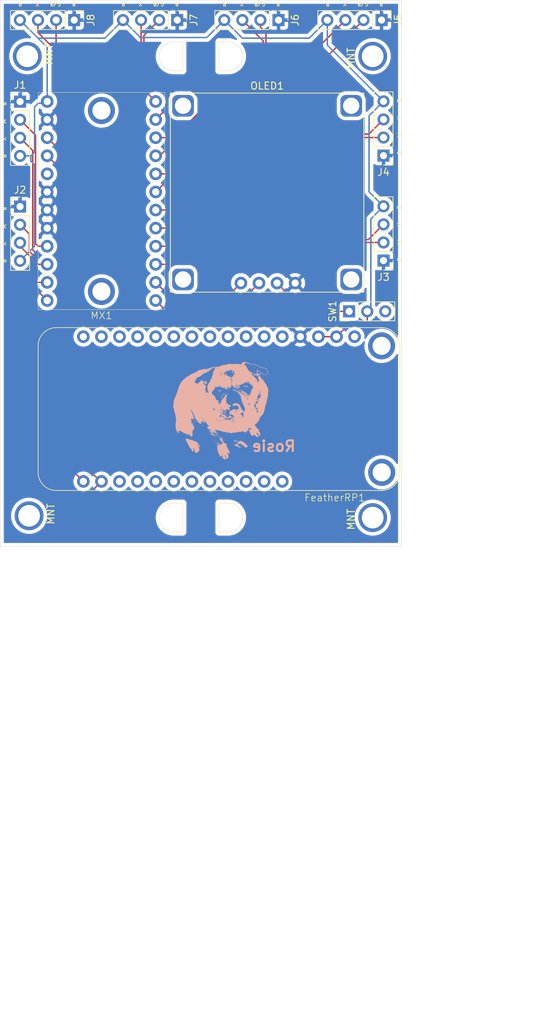
<source format=kicad_pcb>
(kicad_pcb (version 20240108) (generator "pcbnew") (generator_version "8.0")
  (layers (0 "F.Cu" signal) (31 "B.Cu" signal) (34 "B.Paste" user) (35 "F.Paste" user) (36 "B.SilkS" user "B.Silkscreen") (37 "F.SilkS" user "F.Silkscreen") (38 "B.Mask" user) (39 "F.Mask" user) (44 "Edge.Cuts" user))
  (net 0 "")
  (net 2 "Net-(FeatherRP1-SDA)")
  (net 19 "Net-(FeatherRP1-SCL)")
  (net 26 "GND")
  (net 27 "+3.3V")
  (net 28 "Net-(J6-Pin_2)")
  (net 29 "Net-(J6-Pin_3)")
  (net 30 "Net-(J2-Pin_2)")
  (net 31 "Net-(J7-Pin_2)")
  (net 32 "Net-(J3-Pin_3)")
  (net 33 "Net-(J3-Pin_2)")
  (net 34 "Net-(J4-Pin_2)")
  (net 35 "Net-(J4-Pin_3)")
  (net 36 "Net-(J5-Pin_3)")
  (net 37 "Net-(J5-Pin_2)")
  (net 39 "Net-(J7-Pin_3)")
  (net 40 "Net-(J8-Pin_2)")
  (net 41 "Net-(J8-Pin_3)")
  (net 42 "Net-(J1-Pin_2)")
  (net 43 "Net-(J1-Pin_3)")
  (net 44 "Net-(J2-Pin_3)")
  (net 45 "Net-(OLED1-VCC)")
  (footprint "Connector_PinHeader_2.54mm:PinHeader_1x04_P2.54mm_Vertical" (layer "F.Cu") (at 162.794 53.086 -90)
    (property "Reference" "J8" (at 0 -2.33 90) (layer "F.SilkS"))
    (property "Value" "Screw_Terminal_01x04" (hide yes))
    (pad "1" thru_hole rect (at 0 0 270) (size 1.7 1.7) (drill 1) (layers "*.Cu" "*.Mask") (net 26 "GND"))
    (pad "2" thru_hole oval (at 0 2.54 270) (size 1.7 1.7) (drill 1) (layers "*.Cu" "*.Mask") (net 40 "Net-(J8-Pin_2)"))
    (pad "3" thru_hole oval (at 0 5.08 270) (size 1.7 1.7) (drill 1) (layers "*.Cu" "*.Mask") (net 41 "Net-(J8-Pin_3)"))
    (pad "4" thru_hole oval (at 0 7.62 270) (size 1.7 1.7) (drill 1) (layers "*.Cu" "*.Mask") (net 27 "+3.3V"))
  )
  (footprint "Custom:4-40Mount" (layer "F.Cu") (at 157.988 56.388 180)
    (property "Reference" "MNT" (at -1.27 -1.524 -90) (layer "F.SilkS"))
    (property "Value" "4-40Mount" (hide yes))
    (pad "1" thru_hole circle (at 1.778 -1.778 180) (size 4.064 4.064) (drill 3.048) (layers "*.Cu" "*.Mask"))
  )
  (footprint "Connector_PinHeader_2.54mm:PinHeader_1x04_P2.54mm_Vertical" (layer "F.Cu") (at 205.974 53.086 -90)
    (property "Reference" "J5" (at 0 -2.33 90) (layer "F.SilkS"))
    (property "Value" "Screw_Terminal_01x04" (hide yes))
    (pad "1" thru_hole rect (at 0 0 270) (size 1.7 1.7) (drill 1) (layers "*.Cu" "*.Mask") (net 26 "GND"))
    (pad "2" thru_hole oval (at 0 2.54 270) (size 1.7 1.7) (drill 1) (layers "*.Cu" "*.Mask") (net 37 "Net-(J5-Pin_2)"))
    (pad "3" thru_hole oval (at 0 5.08 270) (size 1.7 1.7) (drill 1) (layers "*.Cu" "*.Mask") (net 36 "Net-(J5-Pin_3)"))
    (pad "4" thru_hole oval (at 0 7.62 270) (size 1.7 1.7) (drill 1) (layers "*.Cu" "*.Mask") (net 27 "+3.3V"))
  )
  (footprint "Custom:4-40Mount" (layer "F.Cu") (at 202.946 124.714)
    (property "Reference" "MNT" (at -1.27 -1.524 90) (layer "F.SilkS"))
    (property "Value" "4-40Mount" (hide yes))
    (pad "1" thru_hole circle (at 1.778 -1.778) (size 4.064 4.064) (drill 3.048) (layers "*.Cu" "*.Mask"))
  )
  (footprint "Connector_PinHeader_2.54mm:PinHeader_1x04_P2.54mm_Vertical" (layer "F.Cu") (at 206.248 72.116 180)
    (property "Reference" "J4" (at 0 -2.33 180) (layer "F.SilkS"))
    (property "Value" "Screw_Terminal_01x04" (hide yes))
    (pad "1" thru_hole rect (at 0 0 180) (size 1.7 1.7) (drill 1) (layers "*.Cu" "*.Mask") (net 26 "GND"))
    (pad "2" thru_hole oval (at 0 2.54 180) (size 1.7 1.7) (drill 1) (layers "*.Cu" "*.Mask") (net 34 "Net-(J4-Pin_2)"))
    (pad "3" thru_hole oval (at 0 5.08 180) (size 1.7 1.7) (drill 1) (layers "*.Cu" "*.Mask") (net 35 "Net-(J4-Pin_3)"))
    (pad "4" thru_hole oval (at 0 7.62 180) (size 1.7 1.7) (drill 1) (layers "*.Cu" "*.Mask") (net 27 "+3.3V"))
  )
  (footprint "Connector_PinHeader_2.54mm:PinHeader_1x04_P2.54mm_Vertical" (layer "F.Cu") (at 155.194 64.536)
    (property "Reference" "J1" (at 0 -2.33 0) (layer "F.SilkS"))
    (property "Value" "Screw_Terminal_01x04" (hide yes))
    (pad "1" thru_hole rect (at 0 0) (size 1.7 1.7) (drill 1) (layers "*.Cu" "*.Mask") (net 26 "GND"))
    (pad "2" thru_hole oval (at 0 2.54) (size 1.7 1.7) (drill 1) (layers "*.Cu" "*.Mask") (net 42 "Net-(J1-Pin_2)"))
    (pad "3" thru_hole oval (at 0 5.08) (size 1.7 1.7) (drill 1) (layers "*.Cu" "*.Mask") (net 43 "Net-(J1-Pin_3)"))
    (pad "4" thru_hole oval (at 0 7.62) (size 1.7 1.7) (drill 1) (layers "*.Cu" "*.Mask") (net 27 "+3.3V"))
  )
  (footprint "Custom:4-40Mount" (layer "F.Cu") (at 158.242 120.904 180)
    (property "Reference" "MNT" (at -1.27 -1.524 -90) (layer "F.SilkS"))
    (property "Value" "4-40Mount" (hide yes))
    (pad "1" thru_hole circle (at 1.778 -1.778 180) (size 4.064 4.064) (drill 3.048) (layers "*.Cu" "*.Mask"))
  )
  (footprint "Custom:4-40Mount" (layer "F.Cu") (at 202.946 59.944)
    (property "Reference" "MNT" (at -1.27 -1.524 90) (layer "F.SilkS"))
    (property "Value" "4-40Mount" (hide yes))
    (pad "1" thru_hole circle (at 1.778 -1.778) (size 4.064 4.064) (drill 3.048) (layers "*.Cu" "*.Mask"))
  )
  (footprint "Connector_PinHeader_2.54mm:PinHeader_1x04_P2.54mm_Vertical" (layer "F.Cu") (at 206.248 86.848 180)
    (property "Reference" "J3" (at 0 -2.33 180) (layer "F.SilkS"))
    (property "Value" "Screw_Terminal_01x04" (hide yes))
    (pad "1" thru_hole rect (at 0 0 180) (size 1.7 1.7) (drill 1) (layers "*.Cu" "*.Mask") (net 26 "GND"))
    (pad "2" thru_hole oval (at 0 2.54 180) (size 1.7 1.7) (drill 1) (layers "*.Cu" "*.Mask") (net 33 "Net-(J3-Pin_2)"))
    (pad "3" thru_hole oval (at 0 5.08 180) (size 1.7 1.7) (drill 1) (layers "*.Cu" "*.Mask") (net 32 "Net-(J3-Pin_3)"))
    (pad "4" thru_hole oval (at 0 7.62 180) (size 1.7 1.7) (drill 1) (layers "*.Cu" "*.Mask") (net 27 "+3.3V"))
  )
  (footprint "Custom:SSD1306_128x64" (layer "F.Cu") (at 203.486 63.341 180)
    (property "Reference" "OLED1" (at 13.589 1.016 0) (layer "F.SilkS"))
    (property "Value" "SSD1306_128x64_SM")
    (pad "0" thru_hole roundrect (at 1.778 -26.162 180) (size 3.048 3.048) (drill 2.286) (layers "*.Cu" "*.Mask") (chamfer_ratio 0.2) (chamfer))
    (pad "0" thru_hole roundrect (at 1.778 -1.778 180) (size 3.048 3.048) (drill 2.286) (layers "*.Cu" "*.Mask") (chamfer_ratio 0.2) (chamfer))
    (pad "0" thru_hole roundrect (at 25.4 -26.162 180) (size 3.048 3.048) (drill 2.286) (layers "*.Cu" "*.Mask") (chamfer_ratio 0.2) (chamfer))
    (pad "0" thru_hole roundrect (at 25.4 -1.778 180) (size 3.048 3.048) (drill 2.286) (layers "*.Cu" "*.Mask") (chamfer_ratio 0.2) (chamfer))
    (pad "1" thru_hole circle (at 9.652 -26.67 180) (size 1.778 1.778) (drill 1.016) (layers "*.Cu" "*.Mask") (net 26 "GND"))
    (pad "2" thru_hole circle (at 12.192 -26.67 180) (size 1.778 1.778) (drill 1.016) (layers "*.Cu" "*.Mask") (net 45 "Net-(OLED1-VCC)"))
    (pad "3" thru_hole circle (at 14.732 -26.67 180) (size 1.778 1.778) (drill 1.016) (layers "*.Cu" "*.Mask") (net 19 "Net-(FeatherRP1-SCL)"))
    (pad "4" thru_hole circle (at 17.272 -26.67 180) (size 1.778 1.778) (drill 1.016) (layers "*.Cu" "*.Mask") (net 2 "Net-(FeatherRP1-SDA)"))
  )
  (footprint "Connector_PinHeader_2.54mm:PinHeader_1x04_P2.54mm_Vertical" (layer "F.Cu") (at 155.194 79.268)
    (property "Reference" "J2" (at 0 -2.33 0) (layer "F.SilkS"))
    (property "Value" "Screw_Terminal_01x04" (hide yes))
    (pad "1" thru_hole rect (at 0 0) (size 1.7 1.7) (drill 1) (layers "*.Cu" "*.Mask") (net 26 "GND"))
    (pad "2" thru_hole oval (at 0 2.54) (size 1.7 1.7) (drill 1) (layers "*.Cu" "*.Mask") (net 30 "Net-(J2-Pin_2)"))
    (pad "3" thru_hole oval (at 0 5.08) (size 1.7 1.7) (drill 1) (layers "*.Cu" "*.Mask") (net 44 "Net-(J2-Pin_3)"))
    (pad "4" thru_hole oval (at 0 7.62) (size 1.7 1.7) (drill 1) (layers "*.Cu" "*.Mask") (net 27 "+3.3V"))
  )
  (footprint "Custom:TCA9548A" (layer "F.Cu") (at 157.734 93.726)
    (property "Reference" "MX1" (at 8.89 0.8368 0) (layer "F.SilkS") (effects (font (thickness 0.1))))
    (property "Value" "~")
    (pad "0" thru_hole circle (at 8.89 -27.94) (size 3.81 3.81) (drill 2.54) (layers "*.Cu" "*.Mask"))
    (pad "0" thru_hole circle (at 8.89 -2.54) (size 3.81 3.81) (drill 2.54) (layers "*.Cu" "*.Mask"))
    (pad "1" thru_hole circle (at 1.27 -29.21) (size 1.778 1.778) (drill 1.016) (layers "*.Cu" "*.Mask") (net 27 "+3.3V"))
    (pad "2" thru_hole circle (at 1.27 -26.67) (size 1.778 1.778) (drill 1.016) (layers "*.Cu" "*.Mask") (net 26 "GND"))
    (pad "3" thru_hole circle (at 1.27 -24.13) (size 1.778 1.778) (drill 1.016) (layers "*.Cu" "*.Mask") (net 2 "Net-(FeatherRP1-SDA)"))
    (pad "4" thru_hole circle (at 1.27 -21.59) (size 1.778 1.778) (drill 1.016) (layers "*.Cu" "*.Mask") (net 19 "Net-(FeatherRP1-SCL)"))
    (pad "5" thru_hole circle (at 1.27 -19.05) (size 1.778 1.778) (drill 1.016) (layers "*.Cu" "*.Mask"))
    (pad "6" thru_hole circle (at 1.27 -16.51) (size 1.778 1.778) (drill 1.016) (layers "*.Cu" "*.Mask") (net 26 "GND"))
    (pad "7" thru_hole circle (at 1.27 -13.97) (size 1.778 1.778) (drill 1.016) (layers "*.Cu" "*.Mask") (net 26 "GND"))
    (pad "8" thru_hole circle (at 1.27 -11.43) (size 1.778 1.778) (drill 1.016) (layers "*.Cu" "*.Mask") (net 26 "GND"))
    (pad "9" thru_hole circle (at 1.27 -8.89) (size 1.778 1.778) (drill 1.016) (layers "*.Cu" "*.Mask") (net 42 "Net-(J1-Pin_2)"))
    (pad "10" thru_hole circle (at 1.27 -6.35) (size 1.778 1.778) (drill 1.016) (layers "*.Cu" "*.Mask") (net 43 "Net-(J1-Pin_3)"))
    (pad "11" thru_hole circle (at 1.27 -3.81) (size 1.778 1.778) (drill 1.016) (layers "*.Cu" "*.Mask") (net 30 "Net-(J2-Pin_2)"))
    (pad "12" thru_hole circle (at 1.27 -1.27) (size 1.778 1.778) (drill 1.016) (layers "*.Cu" "*.Mask") (net 44 "Net-(J2-Pin_3)"))
    (pad "13" thru_hole circle (at 16.51 -1.27) (size 1.778 1.778) (drill 1.016) (layers "*.Cu" "*.Mask") (net 33 "Net-(J3-Pin_2)"))
    (pad "14" thru_hole circle (at 16.51 -3.81) (size 1.778 1.778) (drill 1.016) (layers "*.Cu" "*.Mask") (net 32 "Net-(J3-Pin_3)"))
    (pad "15" thru_hole circle (at 16.51 -6.35) (size 1.778 1.778) (drill 1.016) (layers "*.Cu" "*.Mask") (net 34 "Net-(J4-Pin_2)"))
    (pad "16" thru_hole circle (at 16.51 -8.89) (size 1.778 1.778) (drill 1.016) (layers "*.Cu" "*.Mask") (net 35 "Net-(J4-Pin_3)"))
    (pad "17" thru_hole circle (at 16.51 -11.43) (size 1.778 1.778) (drill 1.016) (layers "*.Cu" "*.Mask") (net 37 "Net-(J5-Pin_2)"))
    (pad "18" thru_hole circle (at 16.51 -13.97) (size 1.778 1.778) (drill 1.016) (layers "*.Cu" "*.Mask") (net 36 "Net-(J5-Pin_3)"))
    (pad "19" thru_hole circle (at 16.51 -16.51) (size 1.778 1.778) (drill 1.016) (layers "*.Cu" "*.Mask") (net 28 "Net-(J6-Pin_2)"))
    (pad "20" thru_hole circle (at 16.51 -19.05) (size 1.778 1.778) (drill 1.016) (layers "*.Cu" "*.Mask") (net 29 "Net-(J6-Pin_3)"))
    (pad "21" thru_hole circle (at 16.51 -21.59) (size 1.778 1.778) (drill 1.016) (layers "*.Cu" "*.Mask") (net 31 "Net-(J7-Pin_2)"))
    (pad "22" thru_hole circle (at 16.51 -24.13) (size 1.778 1.778) (drill 1.016) (layers "*.Cu" "*.Mask") (net 39 "Net-(J7-Pin_3)"))
    (pad "23" thru_hole circle (at 16.51 -26.67) (size 1.778 1.778) (drill 1.016) (layers "*.Cu" "*.Mask") (net 40 "Net-(J8-Pin_2)"))
    (pad "24" thru_hole circle (at 16.51 -29.21) (size 1.778 1.778) (drill 1.016) (layers "*.Cu" "*.Mask") (net 41 "Net-(J8-Pin_3)"))
  )
  (footprint "Connector_PinHeader_2.54mm:PinHeader_1x04_P2.54mm_Vertical" (layer "F.Cu") (at 177.272 53.086 -90)
    (property "Reference" "J7" (at 0 -2.33 90) (layer "F.SilkS"))
    (property "Value" "Screw_Terminal_01x04" (hide yes))
    (pad "1" thru_hole rect (at 0 0 270) (size 1.7 1.7) (drill 1) (layers "*.Cu" "*.Mask") (net 26 "GND"))
    (pad "2" thru_hole oval (at 0 2.54 270) (size 1.7 1.7) (drill 1) (layers "*.Cu" "*.Mask") (net 31 "Net-(J7-Pin_2)"))
    (pad "3" thru_hole oval (at 0 5.08 270) (size 1.7 1.7) (drill 1) (layers "*.Cu" "*.Mask") (net 39 "Net-(J7-Pin_3)"))
    (pad "4" thru_hole oval (at 0 7.62 270) (size 1.7 1.7) (drill 1) (layers "*.Cu" "*.Mask") (net 27 "+3.3V"))
  )
  (footprint "Connector_PinHeader_2.54mm:PinHeader_1x04_P2.54mm_Vertical" (layer "F.Cu") (at 191.496 53.086 -90)
    (property "Reference" "J6" (at 0 -2.33 90) (layer "F.SilkS"))
    (property "Value" "Screw_Terminal_01x04" (hide yes))
    (pad "1" thru_hole rect (at 0 0 270) (size 1.7 1.7) (drill 1) (layers "*.Cu" "*.Mask") (net 26 "GND"))
    (pad "2" thru_hole oval (at 0 2.54 270) (size 1.7 1.7) (drill 1) (layers "*.Cu" "*.Mask") (net 28 "Net-(J6-Pin_2)"))
    (pad "3" thru_hole oval (at 0 5.08 270) (size 1.7 1.7) (drill 1) (layers "*.Cu" "*.Mask") (net 29 "Net-(J6-Pin_3)"))
    (pad "4" thru_hole oval (at 0 7.62 270) (size 1.7 1.7) (drill 1) (layers "*.Cu" "*.Mask") (net 27 "+3.3V"))
  )
  (footprint "Custom:Feather RP2040" (layer "F.Cu") (at 208.534 119.126 90)
    (property "Reference" "FeatherRP1" (at -1.015998 -9.144 0) (layer "F.SilkS") (effects (font (thickness 0.1))))
    (property "Value" "~")
    (pad "0" thru_hole circle (at 2.54 -2.54 90) (size 3.81 3.81) (drill 2.54) (layers "*.Cu" "*.Mask"))
    (pad "0" thru_hole circle (at 20.301949 -2.558051 90) (size 3.81 3.81) (drill 2.54) (layers "*.Cu" "*.Mask"))
    (pad "1" thru_hole circle (at 21.59 -6.35 90) (size 1.778 1.778) (drill 1.016) (layers "*.Cu" "*.Mask"))
    (pad "2" thru_hole circle (at 21.59 -8.89 90) (size 1.778 1.778) (drill 1.016) (layers "*.Cu" "*.Mask") (net 27 "+3.3V"))
    (pad "3" thru_hole circle (at 21.59 -11.43 90) (size 1.778 1.778) (drill 1.016) (layers "*.Cu" "*.Mask") (net 27 "+3.3V"))
    (pad "4" thru_hole circle (at 21.59 -13.97 90) (size 1.778 1.778) (drill 1.016) (layers "*.Cu" "*.Mask") (net 26 "GND"))
    (pad "5" thru_hole circle (at 21.59 -16.51 90) (size 1.778 1.778) (drill 1.016) (layers "*.Cu" "*.Mask"))
    (pad "6" thru_hole circle (at 21.59 -19.05 90) (size 1.778 1.778) (drill 1.016) (layers "*.Cu" "*.Mask"))
    (pad "7" thru_hole circle (at 21.59 -21.59 90) (size 1.778 1.778) (drill 1.016) (layers "*.Cu" "*.Mask"))
    (pad "8" thru_hole circle (at 21.59 -24.13 90) (size 1.778 1.778) (drill 1.016) (layers "*.Cu" "*.Mask"))
    (pad "9" thru_hole circle (at 21.59 -26.67 90) (size 1.778 1.778) (drill 1.016) (layers "*.Cu" "*.Mask"))
    (pad "10" thru_hole circle (at 21.59 -29.21 90) (size 1.778 1.778) (drill 1.016) (layers "*.Cu" "*.Mask"))
    (pad "11" thru_hole circle (at 21.59 -31.75 90) (size 1.778 1.778) (drill 1.016) (layers "*.Cu" "*.Mask"))
    (pad "12" thru_hole circle (at 21.59 -34.29 90) (size 1.778 1.778) (drill 1.016) (layers "*.Cu" "*.Mask"))
    (pad "13" thru_hole circle (at 21.59 -36.83 90) (size 1.778 1.778) (drill 1.016) (layers "*.Cu" "*.Mask"))
    (pad "14" thru_hole circle (at 21.59 -39.37 90) (size 1.778 1.778) (drill 1.016) (layers "*.Cu" "*.Mask"))
    (pad "15" thru_hole circle (at 21.59 -41.91 90) (size 1.778 1.778) (drill 1.016) (layers "*.Cu" "*.Mask"))
    (pad "16" thru_hole circle (at 21.59 -44.45 90) (size 1.778 1.778) (drill 1.016) (layers "*.Cu" "*.Mask"))
    (pad "17" thru_hole circle (at 1.27 -44.45 90) (size 1.778 1.778) (drill 1.016) (layers "*.Cu" "*.Mask") (net 2 "Net-(FeatherRP1-SDA)"))
    (pad "18" thru_hole circle (at 1.27 -41.91 90) (size 1.778 1.778) (drill 1.016) (layers "*.Cu" "*.Mask") (net 19 "Net-(FeatherRP1-SCL)"))
    (pad "19" thru_hole circle (at 1.27 -39.37 90) (size 1.778 1.778) (drill 1.016) (layers "*.Cu" "*.Mask"))
    (pad "20" thru_hole circle (at 1.27 -36.83 90) (size 1.778 1.778) (drill 1.016) (layers "*.Cu" "*.Mask"))
    (pad "21" thru_hole circle (at 1.27 -34.29 90) (size 1.778 1.778) (drill 1.016) (layers "*.Cu" "*.Mask"))
    (pad "22" thru_hole circle (at 1.27 -31.75 90) (size 1.778 1.778) (drill 1.016) (layers "*.Cu" "*.Mask"))
    (pad "23" thru_hole circle (at 1.27 -29.21 90) (size 1.778 1.778) (drill 1.016) (layers "*.Cu" "*.Mask"))
    (pad "24" thru_hole circle (at 1.27 -26.67 90) (size 1.778 1.778) (drill 1.016) (layers "*.Cu" "*.Mask"))
    (pad "25" thru_hole circle (at 1.27 -24.13 90) (size 1.778 1.778) (drill 1.016) (layers "*.Cu" "*.Mask"))
    (pad "26" thru_hole circle (at 1.27 -21.59 90) (size 1.778 1.778) (drill 1.016) (layers "*.Cu" "*.Mask"))
    (pad "27" thru_hole circle (at 1.27 -19.05 90) (size 1.778 1.778) (drill 1.016) (layers "*.Cu" "*.Mask"))
    (pad "28" thru_hole circle (at 1.27 -16.51 90) (size 1.778 1.778) (drill 1.016) (layers "*.Cu" "*.Mask"))
  )
  (footprint "Connector_PinHeader_2.54mm:PinHeader_1x03_P2.54mm_Vertical" (layer "F.Cu") (at 201.422 93.98 90)
    (property "Reference" "SW1" (at 0 -2.33 -90) (layer "F.SilkS"))
    (property "Value" "SW_DIP_x01")
    (pad "1" thru_hole rect (at 0 0 90) (size 1.7 1.7) (drill 1) (layers "*.Cu" "*.Mask") (net 45 "Net-(OLED1-VCC)"))
    (pad "2" thru_hole oval (at 0 2.54 90) (size 1.7 1.7) (drill 1) (layers "*.Cu" "*.Mask") (net 27 "+3.3V"))
    (pad "3" thru_hole oval (at 0 5.08 90) (size 1.7 1.7) (drill 1) (layers "*.Cu" "*.Mask"))
  )
  (footprint "Custom:RosieWants" (layer "B.Cu") (at 183.881309 107.862554 180)
    (property "Reference" "G***" (at 0 0 180) (layer "B.SilkS") (effects (font (size 1.524 1.524) (thickness 0.3)) (justify mirror)))
    (property "Value" "LOGO" (hide yes))
  )
  (gr_line (start 178.054 120.904) (end 178.054 124.968) (stroke (width 0.05)) (layer "Edge.Cuts"))
  (gr_line (start 208.788 119.38) (end 208.788 50.292) (stroke (width 0.05)) (layer "Edge.Cuts"))
  (gr_line (start 183.134 124.968) (end 183.134 120.904) (stroke (width 0.05)) (layer "Edge.Cuts"))
  (gr_line (start 178.054 56.134) (end 178.054 60.198) (stroke (width 0.05)) (layer "Edge.Cuts"))
  (gr_line (start 178.054 56.134) (end 176.784 56.134) (stroke (width 0.05)) (layer "Edge.Cuts"))
  (gr_line (start 183.134 60.198) (end 183.134 56.134) (stroke (width 0.05)) (layer "Edge.Cuts"))
  (gr_line (start 178.054 60.198) (end 176.784 60.198) (stroke (width 0.05)) (layer "Edge.Cuts"))
  (gr_line (start 152.4 127) (end 208.788 127) (stroke (width 0.05)) (layer "Edge.Cuts"))
  (gr_line (start 183.134 120.904) (end 184.404 120.904) (stroke (width 0.05)) (layer "Edge.Cuts"))
  (gr_arc (start 184.404 56.134) (mid 186.436 58.166) (end 184.404 60.198) (stroke (width 0.05)) (layer "Edge.Cuts"))
  (gr_line (start 183.134 60.198) (end 184.404 60.198) (stroke (width 0.05)) (layer "Edge.Cuts"))
  (gr_line (start 183.134 124.968) (end 184.404 124.968) (stroke (width 0.05)) (layer "Edge.Cuts"))
  (gr_line (start 152.4 50.292) (end 152.4 127) (stroke (width 0.05)) (layer "Edge.Cuts"))
  (gr_line (start 208.788 50.292) (end 152.4 50.292) (stroke (width 0.05)) (layer "Edge.Cuts"))
  (gr_line (start 183.134 56.134) (end 184.404 56.134) (stroke (width 0.05)) (layer "Edge.Cuts"))
  (gr_line (start 208.788 127) (end 208.788 119.38) (stroke (width 0.05)) (layer "Edge.Cuts"))
  (gr_arc (start 176.784 60.198) (mid 174.752 58.166) (end 176.784 56.134) (stroke (width 0.05)) (layer "Edge.Cuts"))
  (gr_line (start 178.054 124.968) (end 176.784 124.968) (stroke (width 0.05)) (layer "Edge.Cuts"))
  (gr_line (start 178.054 120.904) (end 176.784 120.904) (stroke (width 0.05)) (layer "Edge.Cuts"))
  (gr_arc (start 184.404 120.904) (mid 186.436 122.936) (end 184.404 124.968) (stroke (width 0.05)) (layer "Edge.Cuts"))
  (gr_arc (start 176.784 124.968) (mid 174.752 122.936) (end 176.784 120.904) (stroke (width 0.05)) (layer "Edge.Cuts"))
  (gr_text "Rosie" (at 194.056 113.792 0) (layer "B.SilkS") (effects (font (size 1.5 1.5) (thickness 0.3) (bold yes)) (justify left bottom mirror)))
  (gr_text "B     W     Y     R" (at 152.654 79.248 270) (layer "F.SilkS") (effects (font (size 0.508 0.508) (thickness 0.1)) (justify left bottom)))
  (gr_text "B    G/B    Y     R" (at 163.068 50.546 180) (layer "F.SilkS") (effects (font (size 0.508 0.508) (thickness 0.1)) (justify left bottom)))
  (gr_text "B    G/B    Y     R" (at 206.248 50.546 180) (layer "F.SilkS") (effects (font (size 0.508 0.508) (thickness 0.1)) (justify left bottom)))
  (gr_text "B     W     Y     R" (at 152.654 64.516 270) (layer "F.SilkS") (effects (font (size 0.508 0.508) (thickness 0.1)) (justify left bottom)))
  (gr_text "B    G/B    Y     R" (at 177.546 50.546 180) (layer "F.SilkS") (effects (font (size 0.508 0.508) (thickness 0.1)) (justify left bottom)))
  (gr_text "B    G/B    Y     R" (at 191.77 50.546 180) (layer "F.SilkS") (effects (font (size 0.508 0.508) (thickness 0.1)) (justify left bottom)))
  (gr_text "B     W     Y     R" (at 208.788 87.03012 90) (layer "F.SilkS") (effects (font (size 0.508 0.508) (thickness 0.1)) (justify left bottom)))
  (gr_text "B     W     Y     R" (at 208.788 72.04412 90) (layer "F.SilkS") (effects (font (size 0.508 0.508) (thickness 0.1)) (justify left bottom)))
  (segment (start 164.338 94.234) (end 161.544 97.028) (width 0.2) (layer "F.Cu") (net 2))
  (segment (start 161.436 72.028) (end 159.004 69.596) (width 0.2) (layer "F.Cu") (net 2))
  (segment (start 181.991 94.234) (end 164.338 94.234) (width 0.2) (layer "F.Cu") (net 2))
  (segment (start 161.436 97.028) (end 161.436 72.028) (width 0.2) (layer "F.Cu") (net 2))
  (segment (start 186.214 90.011) (end 181.991 94.234) (width 0.2) (layer "F.Cu") (net 2))
  (segment (start 161.544 97.028) (end 161.436 97.028) (width 0.2) (layer "F.Cu") (net 2))
  (segment (start 164.084 117.856) (end 161.436 115.208) (width 0.2) (layer "F.Cu") (net 2))
  (segment (start 161.436 115.208) (end 161.436 97.028) (width 0.2) (layer "F.Cu") (net 2))
  (segment (start 188.754 90.011) (end 184.023 94.742) (width 0.2) (layer "F.Cu") (net 19))
  (segment (start 162.052 97.282) (end 162.052 114.046) (width 0.2) (layer "F.Cu") (net 19))
  (segment (start 161.036 74.168) (end 161.036 118.618) (width 0.2) (layer "F.Cu") (net 19))
  (segment (start 162.052 114.046) (end 166.624 117.856) (width 0.2) (layer "F.Cu") (net 19))
  (segment (start 164.592 94.742) (end 162.052 97.282) (width 0.2) (layer "F.Cu") (net 19))
  (segment (start 159.004 72.136) (end 161.036 74.168) (width 0.2) (layer "F.Cu") (net 19))
  (segment (start 165.1 119.38) (end 166.624 117.856) (width 0.2) (layer "F.Cu") (net 19))
  (segment (start 161.036 118.618) (end 161.798 119.38) (width 0.2) (layer "F.Cu") (net 19))
  (segment (start 184.023 94.742) (end 164.592 94.742) (width 0.2) (layer "F.Cu") (net 19))
  (segment (start 161.798 119.38) (end 165.1 119.38) (width 0.2) (layer "F.Cu") (net 19))
  (segment (start 197.104 97.536) (end 199.644 97.536) (width 0.2) (layer "F.Cu") (net 27))
  (segment (start 203.962 95.504) (end 203.962 93.98) (width 0.2) (layer "F.Cu") (net 27))
  (segment (start 201.168 96.012) (end 203.454 96.012) (width 0.2) (layer "F.Cu") (net 27))
  (segment (start 203.454 96.012) (end 203.962 95.504) (width 0.2) (layer "F.Cu") (net 27))
  (segment (start 199.644 97.536) (end 201.168 96.012) (width 0.2) (layer "F.Cu") (net 27))
  (segment (start 159.004 64.516) (end 158.75 64.77) (width 0.2) (layer "B.Cu") (net 27))
  (segment (start 185.046 54.236) (end 186.436 55.626) (width 0.2) (layer "B.Cu") (net 27))
  (segment (start 204.216 77.196) (end 204.216 66.528) (width 0.2) (layer "B.Cu") (net 27))
  (segment (start 206.248 79.228) (end 204.47 81.006) (width 0.2) (layer "B.Cu") (net 27))
  (segment (start 156.698 72.878) (end 156.698 72.156) (width 0.2) (layer "B.Cu") (net 27))
  (segment (start 157.226 84.856) (end 157.226 73.406) (width 0.2) (layer "B.Cu") (net 27))
  (segment (start 206.248 64.496) (end 198.354 56.602) (width 0.2) (layer "B.Cu") (net 27))
  (segment (start 159.004 56.916) (end 157.714 55.626) (width 0.2) (layer "B.Cu") (net 27))
  (segment (start 172.1 55.534) (end 181.428 55.534) (width 0.2) (layer "B.Cu") (net 27))
  (segment (start 186.436 55.626) (end 195.814 55.626) (width 0.2) (layer "B.Cu") (net 27))
  (segment (start 204.47 81.006) (end 204.47 93.472) (width 0.2) (layer "B.Cu") (net 27))
  (segment (start 195.814 55.626) (end 198.354 53.086) (width 0.2) (layer "B.Cu") (net 27))
  (segment (start 198.354 56.602) (end 198.354 53.086) (width 0.2) (layer "B.Cu") (net 27))
  (segment (start 156.698 72.156) (end 155.194 72.156) (width 0.2) (layer "B.Cu") (net 27))
  (segment (start 204.47 93.472) (end 203.962 93.98) (width 0.2) (layer "B.Cu") (net 27))
  (segment (start 155.194 86.888) (end 157.226 84.856) (width 0.2) (layer "B.Cu") (net 27))
  (segment (start 169.652 53.086) (end 172.1 55.534) (width 0.2) (layer "B.Cu") (net 27))
  (segment (start 181.428 55.534) (end 183.876 53.086) (width 0.2) (layer "B.Cu") (net 27))
  (segment (start 155.174 53.086) (end 157.714 55.626) (width 0.2) (layer "B.Cu") (net 27))
  (segment (start 167.112 55.626) (end 169.652 53.086) (width 0.2) (layer "B.Cu") (net 27))
  (segment (start 206.248 79.228) (end 204.216 77.196) (width 0.2) (layer "B.Cu") (net 27))
  (segment (start 157.226 71.628) (end 156.698 72.156) (width 0.2) (layer "B.Cu") (net 27))
  (segment (start 158.75 64.77) (end 157.734 64.77) (width 0.2) (layer "B.Cu") (net 27))
  (segment (start 157.226 73.406) (end 156.698 72.878) (width 0.2) (layer "B.Cu") (net 27))
  (segment (start 157.714 55.626) (end 167.112 55.626) (width 0.2) (layer "B.Cu") (net 27))
  (segment (start 185.026 54.236) (end 185.046 54.236) (width 0.2) (layer "B.Cu") (net 27))
  (segment (start 183.876 53.086) (end 185.026 54.236) (width 0.2) (layer "B.Cu") (net 27))
  (segment (start 157.734 64.77) (end 157.226 65.278) (width 0.2) (layer "B.Cu") (net 27))
  (segment (start 159.004 64.516) (end 159.004 56.916) (width 0.2) (layer "B.Cu") (net 27))
  (segment (start 157.226 65.278) (end 157.226 71.628) (width 0.2) (layer "B.Cu") (net 27))
  (segment (start 204.216 66.528) (end 206.248 64.496) (width 0.2) (layer "B.Cu") (net 27))
  (segment (start 183.896 62.484) (end 186.436 62.484) (width 0.2) (layer "F.Cu") (net 28))
  (segment (start 183.134 68.326) (end 183.134 63.246) (width 0.2) (layer "F.Cu") (net 28))
  (segment (start 188.956 54.082) (end 188.956 53.086) (width 0.2) (layer "F.Cu") (net 28))
  (segment (start 186.436 62.484) (end 189.738 59.182) (width 0.2) (layer "F.Cu") (net 28))
  (segment (start 174.244 77.216) (end 183.134 68.326) (width 0.2) (layer "F.Cu") (net 28))
  (segment (start 183.134 63.246) (end 183.896 62.484) (width 0.2) (layer "F.Cu") (net 28))
  (segment (start 189.738 54.864) (end 188.956 54.082) (width 0.2) (layer "F.Cu") (net 28))
  (segment (start 189.738 59.182) (end 189.738 54.864) (width 0.2) (layer "F.Cu") (net 28))
  (segment (start 183.730314 62.084) (end 182.734 63.080314) (width 0.2) (layer "F.Cu") (net 29))
  (segment (start 182.734 63.080314) (end 182.734 68.160314) (width 0.2) (layer "F.Cu") (net 29))
  (segment (start 182.734 68.160314) (end 176.218314 74.676) (width 0.2) (layer "F.Cu") (net 29))
  (segment (start 186.416 53.086) (end 189.338 56.008) (width 0.2) (layer "F.Cu") (net 29))
  (segment (start 176.218314 74.676) (end 174.244 74.676) (width 0.2) (layer "F.Cu") (net 29))
  (segment (start 189.338 58.928) (end 186.182 62.084) (width 0.2) (layer "F.Cu") (net 29))
  (segment (start 189.338 56.008) (end 189.338 58.928) (width 0.2) (layer "F.Cu") (net 29))
  (segment (start 186.182 62.084) (end 183.730314 62.084) (width 0.2) (layer "F.Cu") (net 29))
  (segment (start 157.118 86.194314) (end 156.492843 85.569157) (width 0.2) (layer "F.Cu") (net 30))
  (segment (start 159.004 89.916) (end 157.372 89.916) (width 0.2) (layer "F.Cu") (net 30))
  (segment (start 156.492843 85.569157) (end 156.492843 83.106843) (width 0.2) (layer "F.Cu") (net 30))
  (segment (start 157.118 89.662) (end 157.118 86.194314) (width 0.2) (layer "F.Cu") (net 30))
  (segment (start 156.492843 83.106843) (end 155.194 81.808) (width 0.2) (layer "F.Cu") (net 30))
  (segment (start 157.372 89.916) (end 157.118 89.662) (width 0.2) (layer "F.Cu") (net 30))
  (segment (start 173.482 54.336) (end 174.732 53.086) (width 0.2) (layer "F.Cu") (net 31))
  (segment (start 174.244 72.136) (end 174.809686 72.136) (width 0.2) (layer "F.Cu") (net 31))
  (segment (start 179.489686 62.592) (end 175.748 62.592) (width 0.2) (layer "F.Cu") (net 31))
  (segment (start 172.592 59.436) (end 172.592 55.246) (width 0.2) (layer "F.Cu") (net 31))
  (segment (start 175.748 62.592) (end 172.592 59.436) (width 0.2) (layer "F.Cu") (net 31))
  (segment (start 172.592 55.246) (end 173.482 54.356) (width 0.2) (layer "F.Cu") (net 31))
  (segment (start 180.74 66.205686) (end 180.74 63.842314) (width 0.2) (layer "F.Cu") (net 31))
  (segment (start 174.809686 72.136) (end 180.74 66.205686) (width 0.2) (layer "F.Cu") (net 31))
  (segment (start 173.482 54.356) (end 173.482 54.336) (width 0.2) (layer "F.Cu") (net 31))
  (segment (start 180.74 63.842314) (end 179.489686 62.592) (width 0.2) (layer "F.Cu") (net 31))
  (segment (start 180.594 93.326) (end 182.988 90.932) (width 0.2) (layer "F.Cu") (net 32))
  (segment (start 177.654 93.326) (end 180.594 93.326) (width 0.2) (layer "F.Cu") (net 32))
  (segment (start 204.108 83.908) (end 206.248 81.768) (width 0.2) (layer "F.Cu") (net 32))
  (segment (start 174.244 89.916) (end 177.654 93.326) (width 0.2) (layer "F.Cu") (net 32))
  (segment (start 182.988 89.242314) (end 188.322315 83.908) (width 0.2) (layer "F.Cu") (net 32))
  (segment (start 188.322315 83.908) (end 204.108 83.908) (width 0.2) (layer "F.Cu") (net 32))
  (segment (start 182.988 90.932) (end 182.988 89.242314) (width 0.2) (layer "F.Cu") (net 32))
  (segment (start 183.388 91.186) (end 183.388 89.408) (width 0.2) (layer "F.Cu") (net 33))
  (segment (start 175.514 93.726) (end 180.848 93.726) (width 0.2) (layer "F.Cu") (net 33))
  (segment (start 183.388 89.408) (end 188.488 84.308) (width 0.2) (layer "F.Cu") (net 33))
  (segment (start 180.848 93.726) (end 183.388 91.186) (width 0.2) (layer "F.Cu") (net 33))
  (segment (start 188.488 84.308) (end 206.248 84.308) (width 0.2) (layer "F.Cu") (net 33))
  (segment (start 174.244 92.456) (end 175.514 93.726) (width 0.2) (layer "F.Cu") (net 33))
  (segment (start 174.244 87.376) (end 176.53 87.376) (width 0.2) (layer "F.Cu") (net 34))
  (segment (start 194.33 69.576) (end 206.248 69.576) (width 0.2) (layer "F.Cu") (net 34))
  (segment (start 176.53 87.376) (end 194.33 69.576) (width 0.2) (layer "F.Cu") (net 34))
  (segment (start 178.504314 84.836) (end 194.252314 69.088) (width 0.2) (layer "F.Cu") (net 35))
  (segment (start 194.252314 69.088) (end 204.196 69.088) (width 0.2) (layer "F.Cu") (net 35))
  (segment (start 204.196 69.088) (end 206.248 67.036) (width 0.2) (layer "F.Cu") (net 35))
  (segment (start 174.244 84.836) (end 178.504314 84.836) (width 0.2) (layer "F.Cu") (net 35))
  (segment (start 195.834 65.786) (end 195.834 58.146) (width 0.2) (layer "F.Cu") (net 36))
  (segment (start 174.244 79.756) (end 181.864 79.756) (width 0.2) (layer "F.Cu") (net 36))
  (segment (start 195.834 58.146) (end 200.894 53.086) (width 0.2) (layer "F.Cu") (net 36))
  (segment (start 181.864 79.756) (end 195.834 65.786) (width 0.2) (layer "F.Cu") (net 36))
  (segment (start 196.234 65.951685) (end 196.234 60.286) (width 0.2) (layer "F.Cu") (net 37))
  (segment (start 179.889686 82.296) (end 196.234 65.951685) (width 0.2) (layer "F.Cu") (net 37))
  (segment (start 196.234 60.286) (end 203.434 53.086) (width 0.2) (layer "F.Cu") (net 37))
  (segment (start 174.244 82.296) (end 179.889686 82.296) (width 0.2) (layer "F.Cu") (net 37))
  (segment (start 179.324 62.992) (end 180.34 64.008) (width 0.2) (layer "F.Cu") (net 39))
  (segment (start 172.249685 59.67) (end 175.571685 62.992) (width 0.2) (layer "F.Cu") (net 39))
  (segment (start 180.34 64.008) (end 180.34 66.04) (width 0.2) (layer "F.Cu") (net 39))
  (segment (start 172.192 59.67) (end 172.249685 59.67) (width 0.2) (layer "F.Cu") (net 39))
  (segment (start 176.784 69.596) (end 174.244 69.596) (width 0.2) (layer "F.Cu") (net 39))
  (segment (start 180.34 66.04) (end 176.784 69.596) (width 0.2) (layer "F.Cu") (net 39))
  (segment (start 175.571685 62.992) (end 179.324 62.992) (width 0.2) (layer "F.Cu") (net 39))
  (segment (start 172.192 53.086) (end 172.192 59.67) (width 0.2) (layer "F.Cu") (net 39))
  (segment (start 175.768 63.754) (end 175.768 65.532) (width 0.2) (layer "F.Cu") (net 40))
  (segment (start 165.011686 61.576) (end 173.59 61.576) (width 0.2) (layer "F.Cu") (net 40))
  (segment (start 160.254 53.086) (end 160.254 56.818314) (width 0.2) (layer "F.Cu") (net 40))
  (segment (start 173.59 61.576) (end 175.768 63.754) (width 0.2) (layer "F.Cu") (net 40))
  (segment (start 175.768 65.532) (end 174.244 67.056) (width 0.2) (layer "F.Cu") (net 40))
  (segment (start 173.678314 67.056) (end 174.244 67.056) (width 0.2) (layer "F.Cu") (net 40))
  (segment (start 160.254 56.818314) (end 165.011686 61.576) (width 0.2) (layer "F.Cu") (net 40))
  (segment (start 164.846 61.976) (end 171.704 61.976) (width 0.2) (layer "F.Cu") (net 41))
  (segment (start 157.714 53.086) (end 157.714 54.844) (width 0.2) (layer "F.Cu") (net 41))
  (segment (start 171.704 61.976) (end 174.244 64.516) (width 0.2) (layer "F.Cu") (net 41))
  (segment (start 157.714 54.844) (end 164.846 61.976) (width 0.2) (layer "F.Cu") (net 41))
  (segment (start 157.734 84.836) (end 157.372 84.474) (width 0.2) (layer "F.Cu") (net 42))
  (segment (start 157.372 69.254) (end 155.194 67.076) (width 0.2) (layer "F.Cu") (net 42))
  (segment (start 157.372 84.474) (end 157.372 69.254) (width 0.2) (layer "F.Cu") (net 42))
  (segment (start 159.004 84.836) (end 157.734 84.836) (width 0.2) (layer "F.Cu") (net 42))
  (segment (start 156.972 85.344) (end 156.972 71.394) (width 0.2) (layer "F.Cu") (net 43))
  (segment (start 156.972 71.394) (end 155.194 69.616) (width 0.2) (layer "F.Cu") (net 43))
  (segment (start 159.004 87.376) (end 159.004 87.006628) (width 0.2) (layer "F.Cu") (net 43))
  (segment (start 157.734 87.376) (end 157.518 87.16) (width 0.2) (layer "F.Cu") (net 43))
  (segment (start 157.518 85.89) (end 156.972 85.344) (width 0.2) (layer "F.Cu") (net 43))
  (segment (start 157.518 87.16) (end 157.518 85.89) (width 0.2) (layer "F.Cu") (net 43))
  (segment (start 159.004 87.376) (end 157.734 87.376) (width 0.2) (layer "F.Cu") (net 43))
  (segment (start 156.718 90.17) (end 156.718 86.36) (width 0.2) (layer "F.Cu") (net 44))
  (segment (start 156.718 86.36) (end 155.194 84.836) (width 0.2) (layer "F.Cu") (net 44))
  (segment (start 155.194 84.836) (end 155.194 84.348) (width 0.2) (layer "F.Cu") (net 44))
  (segment (start 159.004 92.456) (end 156.718 90.17) (width 0.2) (layer "F.Cu") (net 44))
  (segment (start 195.263 93.98) (end 201.422 93.98) (width 0.2) (layer "F.Cu") (net 45))
  (segment (start 191.294 90.011) (end 195.263 93.98) (width 0.2) (layer "F.Cu") (net 45))
  (zone (net 26) (net_name "GND") (layer "B.Cu") (connect_pads (clearance 0.5)) (min_thickness 0.25) (fill yes (thermal_gap 0.5) (thermal_bridge_width 0.5))
    (polygon (pts (xy 152.654 50.546) (xy 208.534 50.546) (xy 208.534 126.746) (xy 152.654 126.746)))
  )
)
</source>
